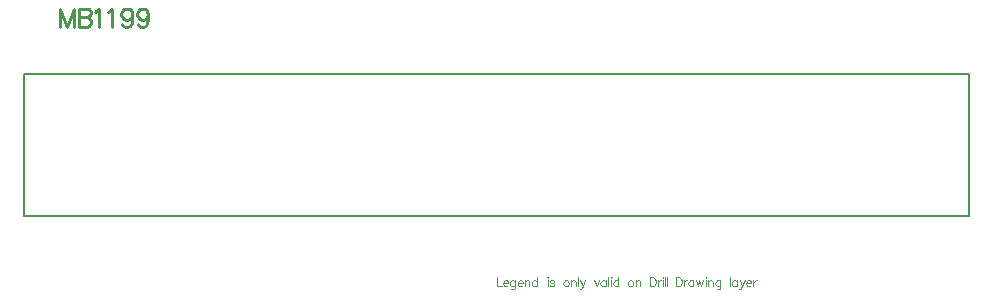
<source format=gbr>
%FSTAX23Y23*%
%MOIN*%
%SFA1B1*%

%IPPOS*%
%ADD10C,0.004000*%
%ADD11C,0.005000*%
%ADD12C,0.010000*%
%LNpcb1-1*%
%LPD*%
G54D10*
X01575Y-00206D02*
Y-00236D01*
X01592*
X01595Y-00225D02*
X01612D01*
Y-00222*
X01611Y-00219*
X0161Y-00218*
X01607Y-00216*
X01602*
X016Y-00218*
X01597Y-00221*
X01595Y-00225*
Y-00228*
X01597Y-00232*
X016Y-00235*
X01602Y-00236*
X01607*
X0161Y-00235*
X01612Y-00232*
X01636Y-00216D02*
Y-00239D01*
X01635Y-00243*
X01633Y-00245*
X0163Y-00246*
X01626*
X01623Y-00245*
X01636Y-00221D02*
X01633Y-00218D01*
X0163Y-00216*
X01626*
X01623Y-00218*
X0162Y-00221*
X01619Y-00225*
Y-00228*
X0162Y-00232*
X01623Y-00235*
X01626Y-00236*
X0163*
X01633Y-00235*
X01636Y-00232*
X01644Y-00225D02*
X01661D01*
Y-00222*
X0166Y-00219*
X01658Y-00218*
X01655Y-00216*
X01651*
X01648Y-00218*
X01645Y-00221*
X01644Y-00225*
Y-00228*
X01645Y-00232*
X01648Y-00235*
X01651Y-00236*
X01655*
X01658Y-00235*
X01661Y-00232*
X01667Y-00216D02*
Y-00236D01*
Y-00222D02*
X01672Y-00218D01*
X01675Y-00216*
X01679*
X01682Y-00218*
X01683Y-00222*
Y-00236*
X01708Y-00206D02*
Y-00236D01*
Y-00221D02*
X01705Y-00218D01*
X01702Y-00216*
X01698*
X01695Y-00218*
X01692Y-00221*
X01691Y-00225*
Y-00228*
X01692Y-00232*
X01695Y-00235*
X01698Y-00236*
X01702*
X01705Y-00235*
X01708Y-00232*
X01743Y-00206D02*
X01744Y-00208D01*
X01745Y-00206*
X01744Y-00205*
X01743Y-00206*
X01744Y-00216D02*
Y-00236D01*
X01766Y-00221D02*
X01765Y-00218D01*
X01761Y-00216*
X01756*
X01752Y-00218*
X01751Y-00221*
X01752Y-00223*
X01755Y-00225*
X01762Y-00226*
X01765Y-00228*
X01766Y-00231*
Y-00232*
X01765Y-00235*
X01761Y-00236*
X01756*
X01752Y-00235*
X01751Y-00232*
X01803Y-00216D02*
X01801Y-00218D01*
X01798Y-00221*
X01796Y-00225*
Y-00228*
X01798Y-00232*
X01801Y-00235*
X01803Y-00236*
X01808*
X01811Y-00235*
X01813Y-00232*
X01815Y-00228*
Y-00225*
X01813Y-00221*
X01811Y-00218*
X01808Y-00216*
X01803*
X01821D02*
Y-00236D01*
Y-00222D02*
X01826Y-00218D01*
X01829Y-00216*
X01833*
X01836Y-00218*
X01837Y-00222*
Y-00236*
X01845Y-00206D02*
Y-00236D01*
X01853Y-00216D02*
X01861Y-00236D01*
X0187Y-00216D02*
X01861Y-00236D01*
X01858Y-00242*
X01856Y-00245*
X01853Y-00246*
X01851*
X01898Y-00216D02*
X01907Y-00236D01*
X01916Y-00216D02*
X01907Y-00236D01*
X01938Y-00216D02*
Y-00236D01*
Y-00221D02*
X01935Y-00218D01*
X01932Y-00216*
X01928*
X01925Y-00218*
X01922Y-00221*
X0192Y-00225*
Y-00228*
X01922Y-00232*
X01925Y-00235*
X01928Y-00236*
X01932*
X01935Y-00235*
X01938Y-00232*
X01946Y-00206D02*
Y-00236D01*
X01955Y-00206D02*
X01956Y-00208D01*
X01958Y-00206*
X01956Y-00205*
X01955Y-00206*
X01956Y-00216D02*
Y-00236D01*
X0198Y-00206D02*
Y-00236D01*
Y-00221D02*
X01977Y-00218D01*
X01974Y-00216*
X0197*
X01967Y-00218*
X01964Y-00221*
X01963Y-00225*
Y-00228*
X01964Y-00232*
X01967Y-00235*
X0197Y-00236*
X01974*
X01977Y-00235*
X0198Y-00232*
X02019Y-00216D02*
X02016Y-00218D01*
X02013Y-00221*
X02012Y-00225*
Y-00228*
X02013Y-00232*
X02016Y-00235*
X02019Y-00236*
X02023*
X02026Y-00235*
X02029Y-00232*
X0203Y-00228*
Y-00225*
X02029Y-00221*
X02026Y-00218*
X02023Y-00216*
X02019*
X02037D02*
Y-00236D01*
Y-00222D02*
X02041Y-00218D01*
X02044Y-00216*
X02048*
X02051Y-00218*
X02052Y-00222*
Y-00236*
X02084Y-00206D02*
Y-00236D01*
Y-00206D02*
X02094D01*
X02098Y-00208*
X02101Y-00211*
X02102Y-00213*
X02104Y-00218*
Y-00225*
X02102Y-00229*
X02101Y-00232*
X02098Y-00235*
X02094Y-00236*
X02084*
X02111Y-00216D02*
Y-00236D01*
Y-00225D02*
X02112Y-00221D01*
X02115Y-00218*
X02118Y-00216*
X02122*
X02128Y-00206D02*
X02129Y-00208D01*
X0213Y-00206*
X02129Y-00205*
X02128Y-00206*
X02129Y-00216D02*
Y-00236D01*
X02136Y-00206D02*
Y-00236D01*
X02142Y-00206D02*
Y-00236D01*
X02172Y-00206D02*
Y-00236D01*
Y-00206D02*
X02182D01*
X02186Y-00208*
X02189Y-00211*
X0219Y-00213*
X02192Y-00218*
Y-00225*
X0219Y-00229*
X02189Y-00232*
X02186Y-00235*
X02182Y-00236*
X02172*
X02199Y-00216D02*
Y-00236D01*
Y-00225D02*
X022Y-00221D01*
X02203Y-00218*
X02206Y-00216*
X0221*
X0223D02*
Y-00236D01*
Y-00221D02*
X02227Y-00218D01*
X02224Y-00216*
X0222*
X02217Y-00218*
X02214Y-00221*
X02213Y-00225*
Y-00228*
X02214Y-00232*
X02217Y-00235*
X0222Y-00236*
X02224*
X02227Y-00235*
X0223Y-00232*
X02238Y-00216D02*
X02244Y-00236D01*
X02249Y-00216D02*
X02244Y-00236D01*
X02249Y-00216D02*
X02255Y-00236D01*
X02261Y-00216D02*
X02255Y-00236D01*
X02271Y-00206D02*
X02272Y-00208D01*
X02273Y-00206*
X02272Y-00205*
X02271Y-00206*
X02272Y-00216D02*
Y-00236D01*
X02279Y-00216D02*
Y-00236D01*
Y-00222D02*
X02283Y-00218D01*
X02286Y-00216*
X0229*
X02293Y-00218*
X02294Y-00222*
Y-00236*
X02319Y-00216D02*
Y-00239D01*
X02318Y-00243*
X02317Y-00245*
X02314Y-00246*
X02309*
X02307Y-00245*
X02319Y-00221D02*
X02317Y-00218D01*
X02314Y-00216*
X02309*
X02307Y-00218*
X02304Y-00221*
X02302Y-00225*
Y-00228*
X02304Y-00232*
X02307Y-00235*
X02309Y-00236*
X02314*
X02317Y-00235*
X02319Y-00232*
X02351Y-00206D02*
Y-00236D01*
X02374Y-00216D02*
Y-00236D01*
Y-00221D02*
X02371Y-00218D01*
X02369Y-00216*
X02364*
X02361Y-00218*
X02359Y-00221*
X02357Y-00225*
Y-00228*
X02359Y-00232*
X02361Y-00235*
X02364Y-00236*
X02369*
X02371Y-00235*
X02374Y-00232*
X02384Y-00216D02*
X02392Y-00236D01*
X02401Y-00216D02*
X02392Y-00236D01*
X02389Y-00242*
X02387Y-00245*
X02384Y-00246*
X02382*
X02406Y-00225D02*
X02423D01*
Y-00222*
X02422Y-00219*
X0242Y-00218*
X02417Y-00216*
X02413*
X0241Y-00218*
X02407Y-00221*
X02406Y-00225*
Y-00228*
X02407Y-00232*
X0241Y-00235*
X02413Y-00236*
X02417*
X0242Y-00235*
X02423Y-00232*
X02429Y-00216D02*
Y-00236D01*
Y-00225D02*
X02431Y-00221D01*
X02434Y-00218*
X02437Y-00216*
X02441*
G54D11*
X0Y0D02*
X0315D01*
Y00472*
X0D02*
X0315D01*
X0Y0D02*
Y00472D01*
G54D12*
X00118Y0069D02*
Y0063D01*
Y0069D02*
X00141Y0063D01*
X00164Y0069D02*
X00141Y0063D01*
X00164Y0069D02*
Y0063D01*
X00181Y0069D02*
Y0063D01*
Y0069D02*
X00207D01*
X00215Y00687*
X00218Y00684*
X00221Y00678*
Y00673*
X00218Y00667*
X00215Y00664*
X00207Y00661*
X00181D02*
X00207D01*
X00215Y00658*
X00218Y00656*
X00221Y0065*
Y00641*
X00218Y00636*
X00215Y00633*
X00207Y0063*
X00181*
X00234Y00678D02*
X0024Y00681D01*
X00249Y0069*
Y0063*
X00278Y00678D02*
X00284Y00681D01*
X00293Y0069*
Y0063*
X00359Y0067D02*
X00357Y00661D01*
X00351Y00656*
X00342Y00653*
X00339*
X00331Y00656*
X00325Y00661*
X00322Y0067*
Y00673*
X00325Y00681*
X00331Y00687*
X00339Y0069*
X00342*
X00351Y00687*
X00357Y00681*
X00359Y0067*
Y00656*
X00357Y00641*
X00351Y00633*
X00342Y0063*
X00337*
X00328Y00633*
X00325Y00638*
X00413Y0067D02*
X0041Y00661D01*
X00404Y00656*
X00396Y00653*
X00393*
X00384Y00656*
X00379Y00661*
X00376Y0067*
Y00673*
X00379Y00681*
X00384Y00687*
X00393Y0069*
X00396*
X00404Y00687*
X0041Y00681*
X00413Y0067*
Y00656*
X0041Y00641*
X00404Y00633*
X00396Y0063*
X0039*
X00381Y00633*
X00379Y00638*
M02*
</source>
